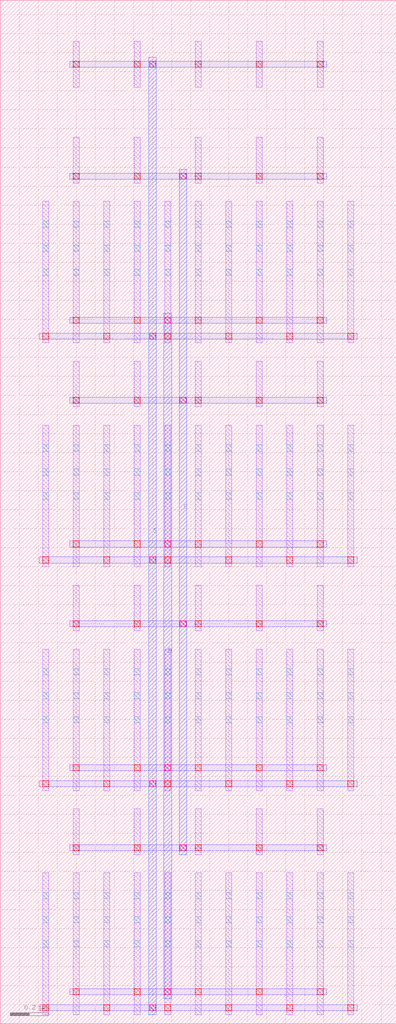
<source format=lef>
MACRO DCL_PMOS_nfin60_n12_X5_Y1_RVT
  ORIGIN 0 0 ;
  FOREIGN DCL_PMOS_nfin60_n12_X5_Y1_RVT 0 0 ;
  SIZE 1.2800 BY 1.8480 ;
  PIN S
    DIRECTION INOUT ;
    USE SIGNAL ;
    PORT
      LAYER M3 ;
        RECT 0.4600 0.0480 0.5000 1.5480 ;
    END
  END S
  PIN D
    DIRECTION INOUT ;
    USE SIGNAL ;
    PORT
      LAYER M3 ;
        RECT 0.5400 0.1320 0.5800 0.9600 ;
    END
  END D
  OBS
    LAYER M1 ;
      RECT 0.3040 0.0480 0.3360 0.7920 ;
    LAYER M1 ;
      RECT 0.3040 0.8880 0.3360 1.1280 ;
    LAYER M1 ;
      RECT 0.3040 1.3920 0.3360 1.6320 ;
    LAYER M1 ;
      RECT 0.2240 0.0480 0.2560 0.7920 ;
    LAYER M1 ;
      RECT 0.3840 0.0480 0.4160 0.7920 ;
    LAYER M1 ;
      RECT 0.4640 0.0480 0.4960 0.7920 ;
    LAYER M1 ;
      RECT 0.4640 0.8880 0.4960 1.1280 ;
    LAYER M1 ;
      RECT 0.4640 1.3920 0.4960 1.6320 ;
    LAYER M1 ;
      RECT 0.5440 0.0480 0.5760 0.7920 ;
    LAYER M1 ;
      RECT 0.6240 0.0480 0.6560 0.7920 ;
    LAYER M1 ;
      RECT 0.6240 0.8880 0.6560 1.1280 ;
    LAYER M1 ;
      RECT 0.6240 1.3920 0.6560 1.6320 ;
    LAYER M1 ;
      RECT 0.7040 0.0480 0.7360 0.7920 ;
    LAYER M1 ;
      RECT 0.7840 0.0480 0.8160 0.7920 ;
    LAYER M1 ;
      RECT 0.7840 0.8880 0.8160 1.1280 ;
    LAYER M1 ;
      RECT 0.7840 1.3920 0.8160 1.6320 ;
    LAYER M1 ;
      RECT 0.8640 0.0480 0.8960 0.7920 ;
    LAYER M1 ;
      RECT 0.9440 0.0480 0.9760 0.7920 ;
    LAYER M1 ;
      RECT 0.9440 0.8880 0.9760 1.1280 ;
    LAYER M1 ;
      RECT 0.9440 1.3920 0.9760 1.6320 ;
    LAYER M1 ;
      RECT 1.0240 0.0480 1.0560 0.7920 ;
    LAYER M2 ;
      RECT 0.2040 0.0680 1.0760 0.1000 ;
    LAYER M2 ;
      RECT 0.2840 1.4960 0.9960 1.5280 ;
    LAYER M2 ;
      RECT 0.2840 0.9080 0.9960 0.9400 ;
    LAYER M2 ;
      RECT 0.2840 0.1520 0.9960 0.1840 ;
    LAYER V1 ;
      RECT 0.2240 0.0680 0.2560 0.1000 ;
    LAYER V1 ;
      RECT 0.3840 0.0680 0.4160 0.1000 ;
    LAYER V1 ;
      RECT 0.5440 0.0680 0.5760 0.1000 ;
    LAYER V1 ;
      RECT 0.7040 0.0680 0.7360 0.1000 ;
    LAYER V1 ;
      RECT 0.8640 0.0680 0.8960 0.1000 ;
    LAYER V1 ;
      RECT 1.0240 0.0680 1.0560 0.1000 ;
    LAYER V1 ;
      RECT 0.3040 0.1520 0.3360 0.1840 ;
    LAYER V1 ;
      RECT 0.3040 0.9080 0.3360 0.9400 ;
    LAYER V1 ;
      RECT 0.3040 1.4960 0.3360 1.5280 ;
    LAYER V1 ;
      RECT 0.4640 0.1520 0.4960 0.1840 ;
    LAYER V1 ;
      RECT 0.4640 0.9080 0.4960 0.9400 ;
    LAYER V1 ;
      RECT 0.4640 1.4960 0.4960 1.5280 ;
    LAYER V1 ;
      RECT 0.6240 0.1520 0.6560 0.1840 ;
    LAYER V1 ;
      RECT 0.6240 0.9080 0.6560 0.9400 ;
    LAYER V1 ;
      RECT 0.6240 1.4960 0.6560 1.5280 ;
    LAYER V1 ;
      RECT 0.7840 0.1520 0.8160 0.1840 ;
    LAYER V1 ;
      RECT 0.7840 0.9080 0.8160 0.9400 ;
    LAYER V1 ;
      RECT 0.7840 1.4960 0.8160 1.5280 ;
    LAYER V1 ;
      RECT 0.9440 0.1520 0.9760 0.1840 ;
    LAYER V1 ;
      RECT 0.9440 0.9080 0.9760 0.9400 ;
    LAYER V1 ;
      RECT 0.9440 1.4960 0.9760 1.5280 ;
    LAYER V2 ;
      RECT 0.4640 0.0680 0.4960 0.1000 ;
    LAYER V2 ;
      RECT 0.4640 1.4960 0.4960 1.5280 ;
    LAYER V2 ;
      RECT 0.5440 0.1520 0.5760 0.1840 ;
    LAYER V2 ;
      RECT 0.5440 0.9080 0.5760 0.9400 ;
    LAYER V0 ;
      RECT 0.3040 0.4040 0.3360 0.4360 ;
    LAYER V0 ;
      RECT 0.3040 0.5300 0.3360 0.5620 ;
    LAYER V0 ;
      RECT 0.3040 0.6560 0.3360 0.6880 ;
    LAYER V0 ;
      RECT 0.3040 0.9080 0.3360 0.9400 ;
    LAYER V0 ;
      RECT 0.3040 1.4960 0.3360 1.5280 ;
    LAYER V0 ;
      RECT 0.2240 0.4040 0.2560 0.4360 ;
    LAYER V0 ;
      RECT 0.2240 0.5300 0.2560 0.5620 ;
    LAYER V0 ;
      RECT 0.2240 0.6560 0.2560 0.6880 ;
    LAYER V0 ;
      RECT 0.3840 0.4040 0.4160 0.4360 ;
    LAYER V0 ;
      RECT 0.3840 0.4040 0.4160 0.4360 ;
    LAYER V0 ;
      RECT 0.3840 0.5300 0.4160 0.5620 ;
    LAYER V0 ;
      RECT 0.3840 0.5300 0.4160 0.5620 ;
    LAYER V0 ;
      RECT 0.3840 0.6560 0.4160 0.6880 ;
    LAYER V0 ;
      RECT 0.3840 0.6560 0.4160 0.6880 ;
    LAYER V0 ;
      RECT 0.4640 0.4040 0.4960 0.4360 ;
    LAYER V0 ;
      RECT 0.4640 0.5300 0.4960 0.5620 ;
    LAYER V0 ;
      RECT 0.4640 0.6560 0.4960 0.6880 ;
    LAYER V0 ;
      RECT 0.4640 0.9080 0.4960 0.9400 ;
    LAYER V0 ;
      RECT 0.4640 1.4960 0.4960 1.5280 ;
    LAYER V0 ;
      RECT 0.5440 0.4040 0.5760 0.4360 ;
    LAYER V0 ;
      RECT 0.5440 0.4040 0.5760 0.4360 ;
    LAYER V0 ;
      RECT 0.5440 0.5300 0.5760 0.5620 ;
    LAYER V0 ;
      RECT 0.5440 0.5300 0.5760 0.5620 ;
    LAYER V0 ;
      RECT 0.5440 0.6560 0.5760 0.6880 ;
    LAYER V0 ;
      RECT 0.5440 0.6560 0.5760 0.6880 ;
    LAYER V0 ;
      RECT 0.6240 0.4040 0.6560 0.4360 ;
    LAYER V0 ;
      RECT 0.6240 0.5300 0.6560 0.5620 ;
    LAYER V0 ;
      RECT 0.6240 0.6560 0.6560 0.6880 ;
    LAYER V0 ;
      RECT 0.6240 0.9080 0.6560 0.9400 ;
    LAYER V0 ;
      RECT 0.6240 1.4960 0.6560 1.5280 ;
    LAYER V0 ;
      RECT 0.7040 0.4040 0.7360 0.4360 ;
    LAYER V0 ;
      RECT 0.7040 0.4040 0.7360 0.4360 ;
    LAYER V0 ;
      RECT 0.7040 0.5300 0.7360 0.5620 ;
    LAYER V0 ;
      RECT 0.7040 0.5300 0.7360 0.5620 ;
    LAYER V0 ;
      RECT 0.7040 0.6560 0.7360 0.6880 ;
    LAYER V0 ;
      RECT 0.7040 0.6560 0.7360 0.6880 ;
    LAYER V0 ;
      RECT 0.7840 0.4040 0.8160 0.4360 ;
    LAYER V0 ;
      RECT 0.7840 0.5300 0.8160 0.5620 ;
    LAYER V0 ;
      RECT 0.7840 0.6560 0.8160 0.6880 ;
    LAYER V0 ;
      RECT 0.7840 0.9080 0.8160 0.9400 ;
    LAYER V0 ;
      RECT 0.7840 1.4960 0.8160 1.5280 ;
    LAYER V0 ;
      RECT 0.8640 0.4040 0.8960 0.4360 ;
    LAYER V0 ;
      RECT 0.8640 0.4040 0.8960 0.4360 ;
    LAYER V0 ;
      RECT 0.8640 0.5300 0.8960 0.5620 ;
    LAYER V0 ;
      RECT 0.8640 0.5300 0.8960 0.5620 ;
    LAYER V0 ;
      RECT 0.8640 0.6560 0.8960 0.6880 ;
    LAYER V0 ;
      RECT 0.8640 0.6560 0.8960 0.6880 ;
    LAYER V0 ;
      RECT 0.9440 0.4040 0.9760 0.4360 ;
    LAYER V0 ;
      RECT 0.9440 0.5300 0.9760 0.5620 ;
    LAYER V0 ;
      RECT 0.9440 0.6560 0.9760 0.6880 ;
    LAYER V0 ;
      RECT 0.9440 0.9080 0.9760 0.9400 ;
    LAYER V0 ;
      RECT 0.9440 1.4960 0.9760 1.5280 ;
    LAYER V0 ;
      RECT 1.0240 0.4040 1.0560 0.4360 ;
    LAYER V0 ;
      RECT 1.0240 0.5300 1.0560 0.5620 ;
    LAYER V0 ;
      RECT 1.0240 0.6560 1.0560 0.6880 ;
  END
END DCL_PMOS_nfin60_n12_X5_Y1_RVT
MACRO SCM_NMOS_nfin10_n12_X1_Y1_RVT
  ORIGIN 0 0 ;
  FOREIGN SCM_NMOS_nfin10_n12_X1_Y1_RVT 0 0 ;
  SIZE 0.8000 BY 1.8480 ;
  PIN S
    DIRECTION INOUT ;
    USE SIGNAL ;
    PORT
      LAYER M3 ;
        RECT 0.1400 0.0480 0.1800 1.5480 ;
    END
  END S
  PIN DA
    DIRECTION INOUT ;
    USE SIGNAL ;
    PORT
      LAYER M3 ;
        RECT 0.2200 0.1320 0.2600 0.9600 ;
    END
  END DA
  PIN DB
    DIRECTION INOUT ;
    USE SIGNAL ;
    PORT
      LAYER M2 ;
        RECT 0.2840 0.2360 0.5160 0.2680 ;
    END
  END DB
  OBS
    LAYER M1 ;
      RECT 0.3040 0.0480 0.3360 0.7920 ;
    LAYER M1 ;
      RECT 0.3040 0.8880 0.3360 1.1280 ;
    LAYER M1 ;
      RECT 0.3040 1.3920 0.3360 1.6320 ;
    LAYER M1 ;
      RECT 0.2240 0.0480 0.2560 0.7920 ;
    LAYER M1 ;
      RECT 0.3840 0.0480 0.4160 0.7920 ;
    LAYER M1 ;
      RECT 0.4640 0.0480 0.4960 0.7920 ;
    LAYER M1 ;
      RECT 0.4640 0.8880 0.4960 1.1280 ;
    LAYER M1 ;
      RECT 0.4640 1.3920 0.4960 1.6320 ;
    LAYER M1 ;
      RECT 0.5440 0.0480 0.5760 0.7920 ;
    LAYER M2 ;
      RECT 0.1240 0.0680 0.5960 0.1000 ;
    LAYER M2 ;
      RECT 0.1240 1.4960 0.5160 1.5280 ;
    LAYER M2 ;
      RECT 0.2040 0.9080 0.5160 0.9400 ;
    LAYER M2 ;
      RECT 0.1240 0.1520 0.3560 0.1840 ;
    LAYER V1 ;
      RECT 0.2240 0.0680 0.2560 0.1000 ;
    LAYER V1 ;
      RECT 0.3840 0.0680 0.4160 0.1000 ;
    LAYER V1 ;
      RECT 0.5440 0.0680 0.5760 0.1000 ;
    LAYER V1 ;
      RECT 0.3040 0.1520 0.3360 0.1840 ;
    LAYER V1 ;
      RECT 0.3040 0.9080 0.3360 0.9400 ;
    LAYER V1 ;
      RECT 0.3040 1.4960 0.3360 1.5280 ;
    LAYER V1 ;
      RECT 0.4640 0.2360 0.4960 0.2680 ;
    LAYER V1 ;
      RECT 0.4640 0.9080 0.4960 0.9400 ;
    LAYER V1 ;
      RECT 0.4640 1.4960 0.4960 1.5280 ;
    LAYER V2 ;
      RECT 0.1440 0.0680 0.1760 0.1000 ;
    LAYER V2 ;
      RECT 0.1440 1.4960 0.1760 1.5280 ;
    LAYER V2 ;
      RECT 0.2240 0.1520 0.2560 0.1840 ;
    LAYER V2 ;
      RECT 0.2240 0.9080 0.2560 0.9400 ;
    LAYER V0 ;
      RECT 0.3040 0.4040 0.3360 0.4360 ;
    LAYER V0 ;
      RECT 0.3040 0.5300 0.3360 0.5620 ;
    LAYER V0 ;
      RECT 0.3040 0.6560 0.3360 0.6880 ;
    LAYER V0 ;
      RECT 0.3040 0.9080 0.3360 0.9400 ;
    LAYER V0 ;
      RECT 0.3040 1.4960 0.3360 1.5280 ;
    LAYER V0 ;
      RECT 0.2240 0.4040 0.2560 0.4360 ;
    LAYER V0 ;
      RECT 0.2240 0.5300 0.2560 0.5620 ;
    LAYER V0 ;
      RECT 0.2240 0.6560 0.2560 0.6880 ;
    LAYER V0 ;
      RECT 0.3840 0.4040 0.4160 0.4360 ;
    LAYER V0 ;
      RECT 0.3840 0.4040 0.4160 0.4360 ;
    LAYER V0 ;
      RECT 0.3840 0.5300 0.4160 0.5620 ;
    LAYER V0 ;
      RECT 0.3840 0.5300 0.4160 0.5620 ;
    LAYER V0 ;
      RECT 0.3840 0.6560 0.4160 0.6880 ;
    LAYER V0 ;
      RECT 0.3840 0.6560 0.4160 0.6880 ;
    LAYER V0 ;
      RECT 0.4640 0.4040 0.4960 0.4360 ;
    LAYER V0 ;
      RECT 0.4640 0.5300 0.4960 0.5620 ;
    LAYER V0 ;
      RECT 0.4640 0.6560 0.4960 0.6880 ;
    LAYER V0 ;
      RECT 0.4640 0.9080 0.4960 0.9400 ;
    LAYER V0 ;
      RECT 0.4640 1.4960 0.4960 1.5280 ;
    LAYER V0 ;
      RECT 0.5440 0.4040 0.5760 0.4360 ;
    LAYER V0 ;
      RECT 0.5440 0.5300 0.5760 0.5620 ;
    LAYER V0 ;
      RECT 0.5440 0.6560 0.5760 0.6880 ;
  END
END SCM_NMOS_nfin10_n12_X1_Y1_RVT
MACRO SCM_NMOS_nfin24_n12_X2_Y1_RVT
  ORIGIN 0 0 ;
  FOREIGN SCM_NMOS_nfin24_n12_X2_Y1_RVT 0 0 ;
  SIZE 1.1200 BY 1.8480 ;
  PIN S
    DIRECTION INOUT ;
    USE SIGNAL ;
    PORT
      LAYER M3 ;
        RECT 0.3000 0.0480 0.3400 1.5480 ;
    END
  END S
  PIN DA
    DIRECTION INOUT ;
    USE SIGNAL ;
    PORT
      LAYER M3 ;
        RECT 0.3800 0.1320 0.4200 0.9600 ;
    END
  END DA
  PIN DB
    DIRECTION INOUT ;
    USE SIGNAL ;
    PORT
      LAYER M2 ;
        RECT 0.4440 0.2360 0.6760 0.2680 ;
    END
  END DB
  OBS
    LAYER M1 ;
      RECT 0.3040 0.0480 0.3360 0.7920 ;
    LAYER M1 ;
      RECT 0.3040 0.8880 0.3360 1.1280 ;
    LAYER M1 ;
      RECT 0.3040 1.3920 0.3360 1.6320 ;
    LAYER M1 ;
      RECT 0.2240 0.0480 0.2560 0.7920 ;
    LAYER M1 ;
      RECT 0.3840 0.0480 0.4160 0.7920 ;
    LAYER M1 ;
      RECT 0.4640 0.0480 0.4960 0.7920 ;
    LAYER M1 ;
      RECT 0.4640 0.8880 0.4960 1.1280 ;
    LAYER M1 ;
      RECT 0.4640 1.3920 0.4960 1.6320 ;
    LAYER M1 ;
      RECT 0.5440 0.0480 0.5760 0.7920 ;
    LAYER M1 ;
      RECT 0.6240 0.0480 0.6560 0.7920 ;
    LAYER M1 ;
      RECT 0.6240 0.8880 0.6560 1.1280 ;
    LAYER M1 ;
      RECT 0.6240 1.3920 0.6560 1.6320 ;
    LAYER M1 ;
      RECT 0.7040 0.0480 0.7360 0.7920 ;
    LAYER M1 ;
      RECT 0.7840 0.0480 0.8160 0.7920 ;
    LAYER M1 ;
      RECT 0.7840 0.8880 0.8160 1.1280 ;
    LAYER M1 ;
      RECT 0.7840 1.3920 0.8160 1.6320 ;
    LAYER M1 ;
      RECT 0.8640 0.0480 0.8960 0.7920 ;
    LAYER M2 ;
      RECT 0.2040 0.0680 0.9160 0.1000 ;
    LAYER M2 ;
      RECT 0.2840 1.4960 0.8360 1.5280 ;
    LAYER M2 ;
      RECT 0.2840 0.9080 0.8360 0.9400 ;
    LAYER M2 ;
      RECT 0.2840 0.1520 0.8360 0.1840 ;
    LAYER V1 ;
      RECT 0.2240 0.0680 0.2560 0.1000 ;
    LAYER V1 ;
      RECT 0.3840 0.0680 0.4160 0.1000 ;
    LAYER V1 ;
      RECT 0.5440 0.0680 0.5760 0.1000 ;
    LAYER V1 ;
      RECT 0.7040 0.0680 0.7360 0.1000 ;
    LAYER V1 ;
      RECT 0.8640 0.0680 0.8960 0.1000 ;
    LAYER V1 ;
      RECT 0.6240 0.2360 0.6560 0.2680 ;
    LAYER V1 ;
      RECT 0.6240 0.9080 0.6560 0.9400 ;
    LAYER V1 ;
      RECT 0.6240 1.4960 0.6560 1.5280 ;
    LAYER V1 ;
      RECT 0.7840 0.1520 0.8160 0.1840 ;
    LAYER V1 ;
      RECT 0.7840 0.9080 0.8160 0.9400 ;
    LAYER V1 ;
      RECT 0.7840 1.4960 0.8160 1.5280 ;
    LAYER V1 ;
      RECT 0.3040 0.1520 0.3360 0.1840 ;
    LAYER V1 ;
      RECT 0.3040 0.9080 0.3360 0.9400 ;
    LAYER V1 ;
      RECT 0.3040 1.4960 0.3360 1.5280 ;
    LAYER V1 ;
      RECT 0.4640 0.2360 0.4960 0.2680 ;
    LAYER V1 ;
      RECT 0.4640 0.9080 0.4960 0.9400 ;
    LAYER V1 ;
      RECT 0.4640 1.4960 0.4960 1.5280 ;
    LAYER V2 ;
      RECT 0.3040 0.0680 0.3360 0.1000 ;
    LAYER V2 ;
      RECT 0.3040 1.4960 0.3360 1.5280 ;
    LAYER V2 ;
      RECT 0.3840 0.1520 0.4160 0.1840 ;
    LAYER V2 ;
      RECT 0.3840 0.9080 0.4160 0.9400 ;
    LAYER V0 ;
      RECT 0.3040 0.4040 0.3360 0.4360 ;
    LAYER V0 ;
      RECT 0.3040 0.5300 0.3360 0.5620 ;
    LAYER V0 ;
      RECT 0.3040 0.6560 0.3360 0.6880 ;
    LAYER V0 ;
      RECT 0.3040 0.9080 0.3360 0.9400 ;
    LAYER V0 ;
      RECT 0.3040 1.4960 0.3360 1.5280 ;
    LAYER V0 ;
      RECT 0.2240 0.4040 0.2560 0.4360 ;
    LAYER V0 ;
      RECT 0.2240 0.5300 0.2560 0.5620 ;
    LAYER V0 ;
      RECT 0.2240 0.6560 0.2560 0.6880 ;
    LAYER V0 ;
      RECT 0.3840 0.4040 0.4160 0.4360 ;
    LAYER V0 ;
      RECT 0.3840 0.4040 0.4160 0.4360 ;
    LAYER V0 ;
      RECT 0.3840 0.5300 0.4160 0.5620 ;
    LAYER V0 ;
      RECT 0.3840 0.5300 0.4160 0.5620 ;
    LAYER V0 ;
      RECT 0.3840 0.6560 0.4160 0.6880 ;
    LAYER V0 ;
      RECT 0.3840 0.6560 0.4160 0.6880 ;
    LAYER V0 ;
      RECT 0.4640 0.4040 0.4960 0.4360 ;
    LAYER V0 ;
      RECT 0.4640 0.5300 0.4960 0.5620 ;
    LAYER V0 ;
      RECT 0.4640 0.6560 0.4960 0.6880 ;
    LAYER V0 ;
      RECT 0.4640 0.9080 0.4960 0.9400 ;
    LAYER V0 ;
      RECT 0.4640 1.4960 0.4960 1.5280 ;
    LAYER V0 ;
      RECT 0.5440 0.4040 0.5760 0.4360 ;
    LAYER V0 ;
      RECT 0.5440 0.4040 0.5760 0.4360 ;
    LAYER V0 ;
      RECT 0.5440 0.5300 0.5760 0.5620 ;
    LAYER V0 ;
      RECT 0.5440 0.5300 0.5760 0.5620 ;
    LAYER V0 ;
      RECT 0.5440 0.6560 0.5760 0.6880 ;
    LAYER V0 ;
      RECT 0.5440 0.6560 0.5760 0.6880 ;
    LAYER V0 ;
      RECT 0.6240 0.4040 0.6560 0.4360 ;
    LAYER V0 ;
      RECT 0.6240 0.5300 0.6560 0.5620 ;
    LAYER V0 ;
      RECT 0.6240 0.6560 0.6560 0.6880 ;
    LAYER V0 ;
      RECT 0.6240 0.9080 0.6560 0.9400 ;
    LAYER V0 ;
      RECT 0.6240 1.4960 0.6560 1.5280 ;
    LAYER V0 ;
      RECT 0.7040 0.4040 0.7360 0.4360 ;
    LAYER V0 ;
      RECT 0.7040 0.4040 0.7360 0.4360 ;
    LAYER V0 ;
      RECT 0.7040 0.5300 0.7360 0.5620 ;
    LAYER V0 ;
      RECT 0.7040 0.5300 0.7360 0.5620 ;
    LAYER V0 ;
      RECT 0.7040 0.6560 0.7360 0.6880 ;
    LAYER V0 ;
      RECT 0.7040 0.6560 0.7360 0.6880 ;
    LAYER V0 ;
      RECT 0.7840 0.4040 0.8160 0.4360 ;
    LAYER V0 ;
      RECT 0.7840 0.5300 0.8160 0.5620 ;
    LAYER V0 ;
      RECT 0.7840 0.6560 0.8160 0.6880 ;
    LAYER V0 ;
      RECT 0.7840 0.9080 0.8160 0.9400 ;
    LAYER V0 ;
      RECT 0.7840 1.4960 0.8160 1.5280 ;
    LAYER V0 ;
      RECT 0.8640 0.4040 0.8960 0.4360 ;
    LAYER V0 ;
      RECT 0.8640 0.5300 0.8960 0.5620 ;
    LAYER V0 ;
      RECT 0.8640 0.6560 0.8960 0.6880 ;
  END
END SCM_NMOS_nfin24_n12_X2_Y1_RVT
MACRO Switch_PMOS_nfin240_n12_X5_Y4_ST2_RVT
  ORIGIN 0 0 ;
  FOREIGN Switch_PMOS_nfin240_n12_X5_Y4_ST2_RVT 0 0 ;
  SIZE 2.0800 BY 5.3760 ;
  PIN S
    DIRECTION INOUT ;
    USE SIGNAL ;
    PORT
      LAYER M3 ;
        RECT 0.7800 0.0480 0.8200 5.0760 ;
    END
  END S
  PIN D
    DIRECTION INOUT ;
    USE SIGNAL ;
    PORT
      LAYER M3 ;
        RECT 0.8600 0.1320 0.9000 3.7320 ;
    END
  END D
  PIN G
    DIRECTION INOUT ;
    USE SIGNAL ;
    PORT
      LAYER M3 ;
        RECT 0.9400 0.8880 0.9800 4.4880 ;
    END
  END G
  OBS
    LAYER M1 ;
      RECT 0.3840 0.0480 0.4160 0.7920 ;
    LAYER M1 ;
      RECT 0.3840 0.8880 0.4160 1.1280 ;
    LAYER M1 ;
      RECT 0.3840 1.2240 0.4160 1.9680 ;
    LAYER M1 ;
      RECT 0.3840 2.0640 0.4160 2.3040 ;
    LAYER M1 ;
      RECT 0.3840 2.4000 0.4160 3.1440 ;
    LAYER M1 ;
      RECT 0.3840 3.2400 0.4160 3.4800 ;
    LAYER M1 ;
      RECT 0.3840 3.5760 0.4160 4.3200 ;
    LAYER M1 ;
      RECT 0.3840 4.4160 0.4160 4.6560 ;
    LAYER M1 ;
      RECT 0.3840 4.9200 0.4160 5.1600 ;
    LAYER M1 ;
      RECT 0.2240 0.0480 0.2560 0.7920 ;
    LAYER M1 ;
      RECT 0.2240 1.2240 0.2560 1.9680 ;
    LAYER M1 ;
      RECT 0.2240 2.4000 0.2560 3.1440 ;
    LAYER M1 ;
      RECT 0.2240 3.5760 0.2560 4.3200 ;
    LAYER M1 ;
      RECT 0.5440 0.0480 0.5760 0.7920 ;
    LAYER M1 ;
      RECT 0.5440 1.2240 0.5760 1.9680 ;
    LAYER M1 ;
      RECT 0.5440 2.4000 0.5760 3.1440 ;
    LAYER M1 ;
      RECT 0.5440 3.5760 0.5760 4.3200 ;
    LAYER M1 ;
      RECT 0.7040 0.0480 0.7360 0.7920 ;
    LAYER M1 ;
      RECT 0.7040 0.8880 0.7360 1.1280 ;
    LAYER M1 ;
      RECT 0.7040 1.2240 0.7360 1.9680 ;
    LAYER M1 ;
      RECT 0.7040 2.0640 0.7360 2.3040 ;
    LAYER M1 ;
      RECT 0.7040 2.4000 0.7360 3.1440 ;
    LAYER M1 ;
      RECT 0.7040 3.2400 0.7360 3.4800 ;
    LAYER M1 ;
      RECT 0.7040 3.5760 0.7360 4.3200 ;
    LAYER M1 ;
      RECT 0.7040 4.4160 0.7360 4.6560 ;
    LAYER M1 ;
      RECT 0.7040 4.9200 0.7360 5.1600 ;
    LAYER M1 ;
      RECT 0.8640 0.0480 0.8960 0.7920 ;
    LAYER M1 ;
      RECT 0.8640 1.2240 0.8960 1.9680 ;
    LAYER M1 ;
      RECT 0.8640 2.4000 0.8960 3.1440 ;
    LAYER M1 ;
      RECT 0.8640 3.5760 0.8960 4.3200 ;
    LAYER M1 ;
      RECT 1.0240 0.0480 1.0560 0.7920 ;
    LAYER M1 ;
      RECT 1.0240 0.8880 1.0560 1.1280 ;
    LAYER M1 ;
      RECT 1.0240 1.2240 1.0560 1.9680 ;
    LAYER M1 ;
      RECT 1.0240 2.0640 1.0560 2.3040 ;
    LAYER M1 ;
      RECT 1.0240 2.4000 1.0560 3.1440 ;
    LAYER M1 ;
      RECT 1.0240 3.2400 1.0560 3.4800 ;
    LAYER M1 ;
      RECT 1.0240 3.5760 1.0560 4.3200 ;
    LAYER M1 ;
      RECT 1.0240 4.4160 1.0560 4.6560 ;
    LAYER M1 ;
      RECT 1.0240 4.9200 1.0560 5.1600 ;
    LAYER M1 ;
      RECT 1.1840 0.0480 1.2160 0.7920 ;
    LAYER M1 ;
      RECT 1.1840 1.2240 1.2160 1.9680 ;
    LAYER M1 ;
      RECT 1.1840 2.4000 1.2160 3.1440 ;
    LAYER M1 ;
      RECT 1.1840 3.5760 1.2160 4.3200 ;
    LAYER M1 ;
      RECT 1.3440 0.0480 1.3760 0.7920 ;
    LAYER M1 ;
      RECT 1.3440 0.8880 1.3760 1.1280 ;
    LAYER M1 ;
      RECT 1.3440 1.2240 1.3760 1.9680 ;
    LAYER M1 ;
      RECT 1.3440 2.0640 1.3760 2.3040 ;
    LAYER M1 ;
      RECT 1.3440 2.4000 1.3760 3.1440 ;
    LAYER M1 ;
      RECT 1.3440 3.2400 1.3760 3.4800 ;
    LAYER M1 ;
      RECT 1.3440 3.5760 1.3760 4.3200 ;
    LAYER M1 ;
      RECT 1.3440 4.4160 1.3760 4.6560 ;
    LAYER M1 ;
      RECT 1.3440 4.9200 1.3760 5.1600 ;
    LAYER M1 ;
      RECT 1.5040 0.0480 1.5360 0.7920 ;
    LAYER M1 ;
      RECT 1.5040 1.2240 1.5360 1.9680 ;
    LAYER M1 ;
      RECT 1.5040 2.4000 1.5360 3.1440 ;
    LAYER M1 ;
      RECT 1.5040 3.5760 1.5360 4.3200 ;
    LAYER M1 ;
      RECT 1.6640 0.0480 1.6960 0.7920 ;
    LAYER M1 ;
      RECT 1.6640 0.8880 1.6960 1.1280 ;
    LAYER M1 ;
      RECT 1.6640 1.2240 1.6960 1.9680 ;
    LAYER M1 ;
      RECT 1.6640 2.0640 1.6960 2.3040 ;
    LAYER M1 ;
      RECT 1.6640 2.4000 1.6960 3.1440 ;
    LAYER M1 ;
      RECT 1.6640 3.2400 1.6960 3.4800 ;
    LAYER M1 ;
      RECT 1.6640 3.5760 1.6960 4.3200 ;
    LAYER M1 ;
      RECT 1.6640 4.4160 1.6960 4.6560 ;
    LAYER M1 ;
      RECT 1.6640 4.9200 1.6960 5.1600 ;
    LAYER M1 ;
      RECT 1.8240 0.0480 1.8560 0.7920 ;
    LAYER M1 ;
      RECT 1.8240 1.2240 1.8560 1.9680 ;
    LAYER M1 ;
      RECT 1.8240 2.4000 1.8560 3.1440 ;
    LAYER M1 ;
      RECT 1.8240 3.5760 1.8560 4.3200 ;
    LAYER M2 ;
      RECT 0.2040 0.0680 1.8760 0.1000 ;
    LAYER M2 ;
      RECT 0.3640 0.1520 1.7160 0.1840 ;
    LAYER M2 ;
      RECT 0.3640 0.9080 1.7160 0.9400 ;
    LAYER M2 ;
      RECT 0.2040 1.2440 1.8760 1.2760 ;
    LAYER M2 ;
      RECT 0.3640 1.3280 1.7160 1.3600 ;
    LAYER M2 ;
      RECT 0.3640 2.0840 1.7160 2.1160 ;
    LAYER M2 ;
      RECT 0.2040 2.4200 1.8760 2.4520 ;
    LAYER M2 ;
      RECT 0.3640 2.5040 1.7160 2.5360 ;
    LAYER M2 ;
      RECT 0.3640 3.2600 1.7160 3.2920 ;
    LAYER M2 ;
      RECT 0.2040 3.5960 1.8760 3.6280 ;
    LAYER M2 ;
      RECT 0.3640 5.0240 1.7160 5.0560 ;
    LAYER M2 ;
      RECT 0.3640 3.6800 1.7160 3.7120 ;
    LAYER M2 ;
      RECT 0.3640 4.4360 1.7160 4.4680 ;
    LAYER V1 ;
      RECT 0.2240 0.0680 0.2560 0.1000 ;
    LAYER V1 ;
      RECT 0.2240 1.2440 0.2560 1.2760 ;
    LAYER V1 ;
      RECT 0.2240 2.4200 0.2560 2.4520 ;
    LAYER V1 ;
      RECT 0.2240 3.5960 0.2560 3.6280 ;
    LAYER V1 ;
      RECT 0.5440 0.0680 0.5760 0.1000 ;
    LAYER V1 ;
      RECT 0.5440 1.2440 0.5760 1.2760 ;
    LAYER V1 ;
      RECT 0.5440 2.4200 0.5760 2.4520 ;
    LAYER V1 ;
      RECT 0.5440 3.5960 0.5760 3.6280 ;
    LAYER V1 ;
      RECT 0.8640 0.0680 0.8960 0.1000 ;
    LAYER V1 ;
      RECT 0.8640 1.2440 0.8960 1.2760 ;
    LAYER V1 ;
      RECT 0.8640 2.4200 0.8960 2.4520 ;
    LAYER V1 ;
      RECT 0.8640 3.5960 0.8960 3.6280 ;
    LAYER V1 ;
      RECT 1.1840 0.0680 1.2160 0.1000 ;
    LAYER V1 ;
      RECT 1.1840 1.2440 1.2160 1.2760 ;
    LAYER V1 ;
      RECT 1.1840 2.4200 1.2160 2.4520 ;
    LAYER V1 ;
      RECT 1.1840 3.5960 1.2160 3.6280 ;
    LAYER V1 ;
      RECT 1.5040 0.0680 1.5360 0.1000 ;
    LAYER V1 ;
      RECT 1.5040 1.2440 1.5360 1.2760 ;
    LAYER V1 ;
      RECT 1.5040 2.4200 1.5360 2.4520 ;
    LAYER V1 ;
      RECT 1.5040 3.5960 1.5360 3.6280 ;
    LAYER V1 ;
      RECT 1.8240 0.0680 1.8560 0.1000 ;
    LAYER V1 ;
      RECT 1.8240 1.2440 1.8560 1.2760 ;
    LAYER V1 ;
      RECT 1.8240 2.4200 1.8560 2.4520 ;
    LAYER V1 ;
      RECT 1.8240 3.5960 1.8560 3.6280 ;
    LAYER V1 ;
      RECT 0.3840 0.1520 0.4160 0.1840 ;
    LAYER V1 ;
      RECT 0.3840 0.9080 0.4160 0.9400 ;
    LAYER V1 ;
      RECT 0.3840 1.3280 0.4160 1.3600 ;
    LAYER V1 ;
      RECT 0.3840 2.0840 0.4160 2.1160 ;
    LAYER V1 ;
      RECT 0.3840 2.5040 0.4160 2.5360 ;
    LAYER V1 ;
      RECT 0.3840 3.2600 0.4160 3.2920 ;
    LAYER V1 ;
      RECT 0.3840 3.6800 0.4160 3.7120 ;
    LAYER V1 ;
      RECT 0.3840 4.4360 0.4160 4.4680 ;
    LAYER V1 ;
      RECT 0.3840 5.0240 0.4160 5.0560 ;
    LAYER V1 ;
      RECT 0.7040 0.1520 0.7360 0.1840 ;
    LAYER V1 ;
      RECT 0.7040 0.9080 0.7360 0.9400 ;
    LAYER V1 ;
      RECT 0.7040 1.3280 0.7360 1.3600 ;
    LAYER V1 ;
      RECT 0.7040 2.0840 0.7360 2.1160 ;
    LAYER V1 ;
      RECT 0.7040 2.5040 0.7360 2.5360 ;
    LAYER V1 ;
      RECT 0.7040 3.2600 0.7360 3.2920 ;
    LAYER V1 ;
      RECT 0.7040 3.6800 0.7360 3.7120 ;
    LAYER V1 ;
      RECT 0.7040 4.4360 0.7360 4.4680 ;
    LAYER V1 ;
      RECT 0.7040 5.0240 0.7360 5.0560 ;
    LAYER V1 ;
      RECT 1.0240 0.1520 1.0560 0.1840 ;
    LAYER V1 ;
      RECT 1.0240 0.9080 1.0560 0.9400 ;
    LAYER V1 ;
      RECT 1.0240 1.3280 1.0560 1.3600 ;
    LAYER V1 ;
      RECT 1.0240 2.0840 1.0560 2.1160 ;
    LAYER V1 ;
      RECT 1.0240 2.5040 1.0560 2.5360 ;
    LAYER V1 ;
      RECT 1.0240 3.2600 1.0560 3.2920 ;
    LAYER V1 ;
      RECT 1.0240 3.6800 1.0560 3.7120 ;
    LAYER V1 ;
      RECT 1.0240 4.4360 1.0560 4.4680 ;
    LAYER V1 ;
      RECT 1.0240 5.0240 1.0560 5.0560 ;
    LAYER V1 ;
      RECT 1.3440 0.1520 1.3760 0.1840 ;
    LAYER V1 ;
      RECT 1.3440 0.9080 1.3760 0.9400 ;
    LAYER V1 ;
      RECT 1.3440 1.3280 1.3760 1.3600 ;
    LAYER V1 ;
      RECT 1.3440 2.0840 1.3760 2.1160 ;
    LAYER V1 ;
      RECT 1.3440 2.5040 1.3760 2.5360 ;
    LAYER V1 ;
      RECT 1.3440 3.2600 1.3760 3.2920 ;
    LAYER V1 ;
      RECT 1.3440 3.6800 1.3760 3.7120 ;
    LAYER V1 ;
      RECT 1.3440 4.4360 1.3760 4.4680 ;
    LAYER V1 ;
      RECT 1.3440 5.0240 1.3760 5.0560 ;
    LAYER V1 ;
      RECT 1.6640 0.1520 1.6960 0.1840 ;
    LAYER V1 ;
      RECT 1.6640 0.9080 1.6960 0.9400 ;
    LAYER V1 ;
      RECT 1.6640 1.3280 1.6960 1.3600 ;
    LAYER V1 ;
      RECT 1.6640 2.0840 1.6960 2.1160 ;
    LAYER V1 ;
      RECT 1.6640 2.5040 1.6960 2.5360 ;
    LAYER V1 ;
      RECT 1.6640 3.2600 1.6960 3.2920 ;
    LAYER V1 ;
      RECT 1.6640 3.6800 1.6960 3.7120 ;
    LAYER V1 ;
      RECT 1.6640 4.4360 1.6960 4.4680 ;
    LAYER V1 ;
      RECT 1.6640 5.0240 1.6960 5.0560 ;
    LAYER V2 ;
      RECT 0.7840 0.0680 0.8160 0.1000 ;
    LAYER V2 ;
      RECT 0.7840 1.2440 0.8160 1.2760 ;
    LAYER V2 ;
      RECT 0.7840 2.4200 0.8160 2.4520 ;
    LAYER V2 ;
      RECT 0.7840 3.5960 0.8160 3.6280 ;
    LAYER V2 ;
      RECT 0.7840 5.0240 0.8160 5.0560 ;
    LAYER V2 ;
      RECT 0.8640 0.1520 0.8960 0.1840 ;
    LAYER V2 ;
      RECT 0.8640 1.3280 0.8960 1.3600 ;
    LAYER V2 ;
      RECT 0.8640 2.5040 0.8960 2.5360 ;
    LAYER V2 ;
      RECT 0.8640 3.6800 0.8960 3.7120 ;
    LAYER V2 ;
      RECT 0.9440 0.9080 0.9760 0.9400 ;
    LAYER V2 ;
      RECT 0.9440 2.0840 0.9760 2.1160 ;
    LAYER V2 ;
      RECT 0.9440 3.2600 0.9760 3.2920 ;
    LAYER V2 ;
      RECT 0.9440 4.4360 0.9760 4.4680 ;
    LAYER V0 ;
      RECT 0.3840 0.4040 0.4160 0.4360 ;
    LAYER V0 ;
      RECT 0.3840 0.5300 0.4160 0.5620 ;
    LAYER V0 ;
      RECT 0.3840 0.6560 0.4160 0.6880 ;
    LAYER V0 ;
      RECT 0.3840 0.9080 0.4160 0.9400 ;
    LAYER V0 ;
      RECT 0.3840 1.5800 0.4160 1.6120 ;
    LAYER V0 ;
      RECT 0.3840 1.7060 0.4160 1.7380 ;
    LAYER V0 ;
      RECT 0.3840 1.8320 0.4160 1.8640 ;
    LAYER V0 ;
      RECT 0.3840 2.0840 0.4160 2.1160 ;
    LAYER V0 ;
      RECT 0.3840 2.7560 0.4160 2.7880 ;
    LAYER V0 ;
      RECT 0.3840 2.8820 0.4160 2.9140 ;
    LAYER V0 ;
      RECT 0.3840 3.0080 0.4160 3.0400 ;
    LAYER V0 ;
      RECT 0.3840 3.2600 0.4160 3.2920 ;
    LAYER V0 ;
      RECT 0.3840 3.9320 0.4160 3.9640 ;
    LAYER V0 ;
      RECT 0.3840 4.0580 0.4160 4.0900 ;
    LAYER V0 ;
      RECT 0.3840 4.1840 0.4160 4.2160 ;
    LAYER V0 ;
      RECT 0.3840 4.4360 0.4160 4.4680 ;
    LAYER V0 ;
      RECT 0.3840 5.0240 0.4160 5.0560 ;
    LAYER V0 ;
      RECT 0.3840 5.0240 0.4160 5.0560 ;
    LAYER V0 ;
      RECT 0.3840 5.0240 0.4160 5.0560 ;
    LAYER V0 ;
      RECT 0.3840 5.0240 0.4160 5.0560 ;
    LAYER V0 ;
      RECT 0.2240 0.4040 0.2560 0.4360 ;
    LAYER V0 ;
      RECT 0.2240 0.5300 0.2560 0.5620 ;
    LAYER V0 ;
      RECT 0.2240 0.6560 0.2560 0.6880 ;
    LAYER V0 ;
      RECT 0.2240 1.5800 0.2560 1.6120 ;
    LAYER V0 ;
      RECT 0.2240 1.7060 0.2560 1.7380 ;
    LAYER V0 ;
      RECT 0.2240 1.8320 0.2560 1.8640 ;
    LAYER V0 ;
      RECT 0.2240 2.7560 0.2560 2.7880 ;
    LAYER V0 ;
      RECT 0.2240 2.8820 0.2560 2.9140 ;
    LAYER V0 ;
      RECT 0.2240 3.0080 0.2560 3.0400 ;
    LAYER V0 ;
      RECT 0.2240 3.9320 0.2560 3.9640 ;
    LAYER V0 ;
      RECT 0.2240 4.0580 0.2560 4.0900 ;
    LAYER V0 ;
      RECT 0.2240 4.1840 0.2560 4.2160 ;
    LAYER V0 ;
      RECT 0.5440 0.4040 0.5760 0.4360 ;
    LAYER V0 ;
      RECT 0.5440 0.4040 0.5760 0.4360 ;
    LAYER V0 ;
      RECT 0.5440 0.5300 0.5760 0.5620 ;
    LAYER V0 ;
      RECT 0.5440 0.5300 0.5760 0.5620 ;
    LAYER V0 ;
      RECT 0.5440 0.6560 0.5760 0.6880 ;
    LAYER V0 ;
      RECT 0.5440 0.6560 0.5760 0.6880 ;
    LAYER V0 ;
      RECT 0.5440 1.5800 0.5760 1.6120 ;
    LAYER V0 ;
      RECT 0.5440 1.5800 0.5760 1.6120 ;
    LAYER V0 ;
      RECT 0.5440 1.7060 0.5760 1.7380 ;
    LAYER V0 ;
      RECT 0.5440 1.7060 0.5760 1.7380 ;
    LAYER V0 ;
      RECT 0.5440 1.8320 0.5760 1.8640 ;
    LAYER V0 ;
      RECT 0.5440 1.8320 0.5760 1.8640 ;
    LAYER V0 ;
      RECT 0.5440 2.7560 0.5760 2.7880 ;
    LAYER V0 ;
      RECT 0.5440 2.7560 0.5760 2.7880 ;
    LAYER V0 ;
      RECT 0.5440 2.8820 0.5760 2.9140 ;
    LAYER V0 ;
      RECT 0.5440 2.8820 0.5760 2.9140 ;
    LAYER V0 ;
      RECT 0.5440 3.0080 0.5760 3.0400 ;
    LAYER V0 ;
      RECT 0.5440 3.0080 0.5760 3.0400 ;
    LAYER V0 ;
      RECT 0.5440 3.9320 0.5760 3.9640 ;
    LAYER V0 ;
      RECT 0.5440 3.9320 0.5760 3.9640 ;
    LAYER V0 ;
      RECT 0.5440 4.0580 0.5760 4.0900 ;
    LAYER V0 ;
      RECT 0.5440 4.0580 0.5760 4.0900 ;
    LAYER V0 ;
      RECT 0.5440 4.1840 0.5760 4.2160 ;
    LAYER V0 ;
      RECT 0.5440 4.1840 0.5760 4.2160 ;
    LAYER V0 ;
      RECT 0.7040 0.4040 0.7360 0.4360 ;
    LAYER V0 ;
      RECT 0.7040 0.5300 0.7360 0.5620 ;
    LAYER V0 ;
      RECT 0.7040 0.6560 0.7360 0.6880 ;
    LAYER V0 ;
      RECT 0.7040 0.9080 0.7360 0.9400 ;
    LAYER V0 ;
      RECT 0.7040 1.5800 0.7360 1.6120 ;
    LAYER V0 ;
      RECT 0.7040 1.7060 0.7360 1.7380 ;
    LAYER V0 ;
      RECT 0.7040 1.8320 0.7360 1.8640 ;
    LAYER V0 ;
      RECT 0.7040 2.0840 0.7360 2.1160 ;
    LAYER V0 ;
      RECT 0.7040 2.7560 0.7360 2.7880 ;
    LAYER V0 ;
      RECT 0.7040 2.8820 0.7360 2.9140 ;
    LAYER V0 ;
      RECT 0.7040 3.0080 0.7360 3.0400 ;
    LAYER V0 ;
      RECT 0.7040 3.2600 0.7360 3.2920 ;
    LAYER V0 ;
      RECT 0.7040 3.9320 0.7360 3.9640 ;
    LAYER V0 ;
      RECT 0.7040 4.0580 0.7360 4.0900 ;
    LAYER V0 ;
      RECT 0.7040 4.1840 0.7360 4.2160 ;
    LAYER V0 ;
      RECT 0.7040 4.4360 0.7360 4.4680 ;
    LAYER V0 ;
      RECT 0.7040 5.0240 0.7360 5.0560 ;
    LAYER V0 ;
      RECT 0.7040 5.0240 0.7360 5.0560 ;
    LAYER V0 ;
      RECT 0.7040 5.0240 0.7360 5.0560 ;
    LAYER V0 ;
      RECT 0.7040 5.0240 0.7360 5.0560 ;
    LAYER V0 ;
      RECT 0.8640 0.4040 0.8960 0.4360 ;
    LAYER V0 ;
      RECT 0.8640 0.4040 0.8960 0.4360 ;
    LAYER V0 ;
      RECT 0.8640 0.5300 0.8960 0.5620 ;
    LAYER V0 ;
      RECT 0.8640 0.5300 0.8960 0.5620 ;
    LAYER V0 ;
      RECT 0.8640 0.6560 0.8960 0.6880 ;
    LAYER V0 ;
      RECT 0.8640 0.6560 0.8960 0.6880 ;
    LAYER V0 ;
      RECT 0.8640 1.5800 0.8960 1.6120 ;
    LAYER V0 ;
      RECT 0.8640 1.5800 0.8960 1.6120 ;
    LAYER V0 ;
      RECT 0.8640 1.7060 0.8960 1.7380 ;
    LAYER V0 ;
      RECT 0.8640 1.7060 0.8960 1.7380 ;
    LAYER V0 ;
      RECT 0.8640 1.8320 0.8960 1.8640 ;
    LAYER V0 ;
      RECT 0.8640 1.8320 0.8960 1.8640 ;
    LAYER V0 ;
      RECT 0.8640 2.7560 0.8960 2.7880 ;
    LAYER V0 ;
      RECT 0.8640 2.7560 0.8960 2.7880 ;
    LAYER V0 ;
      RECT 0.8640 2.8820 0.8960 2.9140 ;
    LAYER V0 ;
      RECT 0.8640 2.8820 0.8960 2.9140 ;
    LAYER V0 ;
      RECT 0.8640 3.0080 0.8960 3.0400 ;
    LAYER V0 ;
      RECT 0.8640 3.0080 0.8960 3.0400 ;
    LAYER V0 ;
      RECT 0.8640 3.9320 0.8960 3.9640 ;
    LAYER V0 ;
      RECT 0.8640 3.9320 0.8960 3.9640 ;
    LAYER V0 ;
      RECT 0.8640 4.0580 0.8960 4.0900 ;
    LAYER V0 ;
      RECT 0.8640 4.0580 0.8960 4.0900 ;
    LAYER V0 ;
      RECT 0.8640 4.1840 0.8960 4.2160 ;
    LAYER V0 ;
      RECT 0.8640 4.1840 0.8960 4.2160 ;
    LAYER V0 ;
      RECT 1.0240 0.4040 1.0560 0.4360 ;
    LAYER V0 ;
      RECT 1.0240 0.5300 1.0560 0.5620 ;
    LAYER V0 ;
      RECT 1.0240 0.6560 1.0560 0.6880 ;
    LAYER V0 ;
      RECT 1.0240 0.9080 1.0560 0.9400 ;
    LAYER V0 ;
      RECT 1.0240 1.5800 1.0560 1.6120 ;
    LAYER V0 ;
      RECT 1.0240 1.7060 1.0560 1.7380 ;
    LAYER V0 ;
      RECT 1.0240 1.8320 1.0560 1.8640 ;
    LAYER V0 ;
      RECT 1.0240 2.0840 1.0560 2.1160 ;
    LAYER V0 ;
      RECT 1.0240 2.7560 1.0560 2.7880 ;
    LAYER V0 ;
      RECT 1.0240 2.8820 1.0560 2.9140 ;
    LAYER V0 ;
      RECT 1.0240 3.0080 1.0560 3.0400 ;
    LAYER V0 ;
      RECT 1.0240 3.2600 1.0560 3.2920 ;
    LAYER V0 ;
      RECT 1.0240 3.9320 1.0560 3.9640 ;
    LAYER V0 ;
      RECT 1.0240 4.0580 1.0560 4.0900 ;
    LAYER V0 ;
      RECT 1.0240 4.1840 1.0560 4.2160 ;
    LAYER V0 ;
      RECT 1.0240 4.4360 1.0560 4.4680 ;
    LAYER V0 ;
      RECT 1.0240 5.0240 1.0560 5.0560 ;
    LAYER V0 ;
      RECT 1.0240 5.0240 1.0560 5.0560 ;
    LAYER V0 ;
      RECT 1.0240 5.0240 1.0560 5.0560 ;
    LAYER V0 ;
      RECT 1.0240 5.0240 1.0560 5.0560 ;
    LAYER V0 ;
      RECT 1.1840 0.4040 1.2160 0.4360 ;
    LAYER V0 ;
      RECT 1.1840 0.4040 1.2160 0.4360 ;
    LAYER V0 ;
      RECT 1.1840 0.5300 1.2160 0.5620 ;
    LAYER V0 ;
      RECT 1.1840 0.5300 1.2160 0.5620 ;
    LAYER V0 ;
      RECT 1.1840 0.6560 1.2160 0.6880 ;
    LAYER V0 ;
      RECT 1.1840 0.6560 1.2160 0.6880 ;
    LAYER V0 ;
      RECT 1.1840 1.5800 1.2160 1.6120 ;
    LAYER V0 ;
      RECT 1.1840 1.5800 1.2160 1.6120 ;
    LAYER V0 ;
      RECT 1.1840 1.7060 1.2160 1.7380 ;
    LAYER V0 ;
      RECT 1.1840 1.7060 1.2160 1.7380 ;
    LAYER V0 ;
      RECT 1.1840 1.8320 1.2160 1.8640 ;
    LAYER V0 ;
      RECT 1.1840 1.8320 1.2160 1.8640 ;
    LAYER V0 ;
      RECT 1.1840 2.7560 1.2160 2.7880 ;
    LAYER V0 ;
      RECT 1.1840 2.7560 1.2160 2.7880 ;
    LAYER V0 ;
      RECT 1.1840 2.8820 1.2160 2.9140 ;
    LAYER V0 ;
      RECT 1.1840 2.8820 1.2160 2.9140 ;
    LAYER V0 ;
      RECT 1.1840 3.0080 1.2160 3.0400 ;
    LAYER V0 ;
      RECT 1.1840 3.0080 1.2160 3.0400 ;
    LAYER V0 ;
      RECT 1.1840 3.9320 1.2160 3.9640 ;
    LAYER V0 ;
      RECT 1.1840 3.9320 1.2160 3.9640 ;
    LAYER V0 ;
      RECT 1.1840 4.0580 1.2160 4.0900 ;
    LAYER V0 ;
      RECT 1.1840 4.0580 1.2160 4.0900 ;
    LAYER V0 ;
      RECT 1.1840 4.1840 1.2160 4.2160 ;
    LAYER V0 ;
      RECT 1.1840 4.1840 1.2160 4.2160 ;
    LAYER V0 ;
      RECT 1.3440 0.4040 1.3760 0.4360 ;
    LAYER V0 ;
      RECT 1.3440 0.5300 1.3760 0.5620 ;
    LAYER V0 ;
      RECT 1.3440 0.6560 1.3760 0.6880 ;
    LAYER V0 ;
      RECT 1.3440 0.9080 1.3760 0.9400 ;
    LAYER V0 ;
      RECT 1.3440 1.5800 1.3760 1.6120 ;
    LAYER V0 ;
      RECT 1.3440 1.7060 1.3760 1.7380 ;
    LAYER V0 ;
      RECT 1.3440 1.8320 1.3760 1.8640 ;
    LAYER V0 ;
      RECT 1.3440 2.0840 1.3760 2.1160 ;
    LAYER V0 ;
      RECT 1.3440 2.7560 1.3760 2.7880 ;
    LAYER V0 ;
      RECT 1.3440 2.8820 1.3760 2.9140 ;
    LAYER V0 ;
      RECT 1.3440 3.0080 1.3760 3.0400 ;
    LAYER V0 ;
      RECT 1.3440 3.2600 1.3760 3.2920 ;
    LAYER V0 ;
      RECT 1.3440 3.9320 1.3760 3.9640 ;
    LAYER V0 ;
      RECT 1.3440 4.0580 1.3760 4.0900 ;
    LAYER V0 ;
      RECT 1.3440 4.1840 1.3760 4.2160 ;
    LAYER V0 ;
      RECT 1.3440 4.4360 1.3760 4.4680 ;
    LAYER V0 ;
      RECT 1.3440 5.0240 1.3760 5.0560 ;
    LAYER V0 ;
      RECT 1.3440 5.0240 1.3760 5.0560 ;
    LAYER V0 ;
      RECT 1.3440 5.0240 1.3760 5.0560 ;
    LAYER V0 ;
      RECT 1.3440 5.0240 1.3760 5.0560 ;
    LAYER V0 ;
      RECT 1.5040 0.4040 1.5360 0.4360 ;
    LAYER V0 ;
      RECT 1.5040 0.4040 1.5360 0.4360 ;
    LAYER V0 ;
      RECT 1.5040 0.5300 1.5360 0.5620 ;
    LAYER V0 ;
      RECT 1.5040 0.5300 1.5360 0.5620 ;
    LAYER V0 ;
      RECT 1.5040 0.6560 1.5360 0.6880 ;
    LAYER V0 ;
      RECT 1.5040 0.6560 1.5360 0.6880 ;
    LAYER V0 ;
      RECT 1.5040 1.5800 1.5360 1.6120 ;
    LAYER V0 ;
      RECT 1.5040 1.5800 1.5360 1.6120 ;
    LAYER V0 ;
      RECT 1.5040 1.7060 1.5360 1.7380 ;
    LAYER V0 ;
      RECT 1.5040 1.7060 1.5360 1.7380 ;
    LAYER V0 ;
      RECT 1.5040 1.8320 1.5360 1.8640 ;
    LAYER V0 ;
      RECT 1.5040 1.8320 1.5360 1.8640 ;
    LAYER V0 ;
      RECT 1.5040 2.7560 1.5360 2.7880 ;
    LAYER V0 ;
      RECT 1.5040 2.7560 1.5360 2.7880 ;
    LAYER V0 ;
      RECT 1.5040 2.8820 1.5360 2.9140 ;
    LAYER V0 ;
      RECT 1.5040 2.8820 1.5360 2.9140 ;
    LAYER V0 ;
      RECT 1.5040 3.0080 1.5360 3.0400 ;
    LAYER V0 ;
      RECT 1.5040 3.0080 1.5360 3.0400 ;
    LAYER V0 ;
      RECT 1.5040 3.9320 1.5360 3.9640 ;
    LAYER V0 ;
      RECT 1.5040 3.9320 1.5360 3.9640 ;
    LAYER V0 ;
      RECT 1.5040 4.0580 1.5360 4.0900 ;
    LAYER V0 ;
      RECT 1.5040 4.0580 1.5360 4.0900 ;
    LAYER V0 ;
      RECT 1.5040 4.1840 1.5360 4.2160 ;
    LAYER V0 ;
      RECT 1.5040 4.1840 1.5360 4.2160 ;
    LAYER V0 ;
      RECT 1.6640 0.4040 1.6960 0.4360 ;
    LAYER V0 ;
      RECT 1.6640 0.5300 1.6960 0.5620 ;
    LAYER V0 ;
      RECT 1.6640 0.6560 1.6960 0.6880 ;
    LAYER V0 ;
      RECT 1.6640 0.9080 1.6960 0.9400 ;
    LAYER V0 ;
      RECT 1.6640 1.5800 1.6960 1.6120 ;
    LAYER V0 ;
      RECT 1.6640 1.7060 1.6960 1.7380 ;
    LAYER V0 ;
      RECT 1.6640 1.8320 1.6960 1.8640 ;
    LAYER V0 ;
      RECT 1.6640 2.0840 1.6960 2.1160 ;
    LAYER V0 ;
      RECT 1.6640 2.7560 1.6960 2.7880 ;
    LAYER V0 ;
      RECT 1.6640 2.8820 1.6960 2.9140 ;
    LAYER V0 ;
      RECT 1.6640 3.0080 1.6960 3.0400 ;
    LAYER V0 ;
      RECT 1.6640 3.2600 1.6960 3.2920 ;
    LAYER V0 ;
      RECT 1.6640 3.9320 1.6960 3.9640 ;
    LAYER V0 ;
      RECT 1.6640 4.0580 1.6960 4.0900 ;
    LAYER V0 ;
      RECT 1.6640 4.1840 1.6960 4.2160 ;
    LAYER V0 ;
      RECT 1.6640 4.4360 1.6960 4.4680 ;
    LAYER V0 ;
      RECT 1.6640 5.0240 1.6960 5.0560 ;
    LAYER V0 ;
      RECT 1.6640 5.0240 1.6960 5.0560 ;
    LAYER V0 ;
      RECT 1.6640 5.0240 1.6960 5.0560 ;
    LAYER V0 ;
      RECT 1.6640 5.0240 1.6960 5.0560 ;
    LAYER V0 ;
      RECT 1.8240 0.4040 1.8560 0.4360 ;
    LAYER V0 ;
      RECT 1.8240 0.5300 1.8560 0.5620 ;
    LAYER V0 ;
      RECT 1.8240 0.6560 1.8560 0.6880 ;
    LAYER V0 ;
      RECT 1.8240 1.5800 1.8560 1.6120 ;
    LAYER V0 ;
      RECT 1.8240 1.7060 1.8560 1.7380 ;
    LAYER V0 ;
      RECT 1.8240 1.8320 1.8560 1.8640 ;
    LAYER V0 ;
      RECT 1.8240 2.7560 1.8560 2.7880 ;
    LAYER V0 ;
      RECT 1.8240 2.8820 1.8560 2.9140 ;
    LAYER V0 ;
      RECT 1.8240 3.0080 1.8560 3.0400 ;
    LAYER V0 ;
      RECT 1.8240 3.9320 1.8560 3.9640 ;
    LAYER V0 ;
      RECT 1.8240 4.0580 1.8560 4.0900 ;
    LAYER V0 ;
      RECT 1.8240 4.1840 1.8560 4.2160 ;
  END
END Switch_PMOS_nfin240_n12_X5_Y4_ST2_RVT
MACRO DP_NMOS_B_nfin28_n12_X3_Y1_RVT
  ORIGIN 0 0 ;
  FOREIGN DP_NMOS_B_nfin28_n12_X3_Y1_RVT 0 0 ;
  SIZE 1.4400 BY 1.8480 ;
  PIN S
    DIRECTION INOUT ;
    USE SIGNAL ;
    PORT
      LAYER M2 ;
        RECT 0.2040 0.0680 1.2360 0.1000 ;
    END
  END S
  PIN DA
    DIRECTION INOUT ;
    USE SIGNAL ;
    PORT
      LAYER M2 ;
        RECT 0.2840 0.1520 0.9960 0.1840 ;
    END
  END DA
  PIN DB
    DIRECTION INOUT ;
    USE SIGNAL ;
    PORT
      LAYER M2 ;
        RECT 0.4440 0.2360 1.1560 0.2680 ;
    END
  END DB
  PIN GA
    DIRECTION INOUT ;
    USE SIGNAL ;
    PORT
      LAYER M2 ;
        RECT 0.2840 0.9080 0.9960 0.9400 ;
    END
  END GA
  PIN GB
    DIRECTION INOUT ;
    USE SIGNAL ;
    PORT
      LAYER M2 ;
        RECT 0.4440 0.9920 1.1560 1.0240 ;
    END
  END GB
  PIN B
    DIRECTION INOUT ;
    USE SIGNAL ;
    PORT
      LAYER M2 ;
        RECT 0.2840 1.4960 1.1560 1.5280 ;
    END
  END B
  OBS
    LAYER M1 ;
      RECT 0.3040 0.0480 0.3360 0.7920 ;
    LAYER M1 ;
      RECT 0.3040 0.8880 0.3360 1.1280 ;
    LAYER M1 ;
      RECT 0.3040 1.3920 0.3360 1.6320 ;
    LAYER M1 ;
      RECT 0.2240 0.0480 0.2560 0.7920 ;
    LAYER M1 ;
      RECT 0.3840 0.0480 0.4160 0.7920 ;
    LAYER M1 ;
      RECT 0.4640 0.0480 0.4960 0.7920 ;
    LAYER M1 ;
      RECT 0.4640 0.8880 0.4960 1.1280 ;
    LAYER M1 ;
      RECT 0.4640 1.3920 0.4960 1.6320 ;
    LAYER M1 ;
      RECT 0.5440 0.0480 0.5760 0.7920 ;
    LAYER M1 ;
      RECT 0.6240 0.0480 0.6560 0.7920 ;
    LAYER M1 ;
      RECT 0.6240 0.8880 0.6560 1.1280 ;
    LAYER M1 ;
      RECT 0.6240 1.3920 0.6560 1.6320 ;
    LAYER M1 ;
      RECT 0.7040 0.0480 0.7360 0.7920 ;
    LAYER M1 ;
      RECT 0.7840 0.0480 0.8160 0.7920 ;
    LAYER M1 ;
      RECT 0.7840 0.8880 0.8160 1.1280 ;
    LAYER M1 ;
      RECT 0.7840 1.3920 0.8160 1.6320 ;
    LAYER M1 ;
      RECT 0.8640 0.0480 0.8960 0.7920 ;
    LAYER M1 ;
      RECT 0.9440 0.0480 0.9760 0.7920 ;
    LAYER M1 ;
      RECT 0.9440 0.8880 0.9760 1.1280 ;
    LAYER M1 ;
      RECT 0.9440 1.3920 0.9760 1.6320 ;
    LAYER M1 ;
      RECT 1.0240 0.0480 1.0560 0.7920 ;
    LAYER M1 ;
      RECT 1.1040 0.0480 1.1360 0.7920 ;
    LAYER M1 ;
      RECT 1.1040 0.8880 1.1360 1.1280 ;
    LAYER M1 ;
      RECT 1.1040 1.3920 1.1360 1.6320 ;
    LAYER M1 ;
      RECT 1.1840 0.0480 1.2160 0.7920 ;
    LAYER V1 ;
      RECT 0.2240 0.0680 0.2560 0.1000 ;
    LAYER V1 ;
      RECT 0.3840 0.0680 0.4160 0.1000 ;
    LAYER V1 ;
      RECT 0.5440 0.0680 0.5760 0.1000 ;
    LAYER V1 ;
      RECT 0.7040 0.0680 0.7360 0.1000 ;
    LAYER V1 ;
      RECT 0.8640 0.0680 0.8960 0.1000 ;
    LAYER V1 ;
      RECT 1.0240 0.0680 1.0560 0.1000 ;
    LAYER V1 ;
      RECT 1.1840 0.0680 1.2160 0.1000 ;
    LAYER V1 ;
      RECT 0.6240 0.1520 0.6560 0.1840 ;
    LAYER V1 ;
      RECT 0.6240 0.9080 0.6560 0.9400 ;
    LAYER V1 ;
      RECT 0.6240 1.4960 0.6560 1.5280 ;
    LAYER V1 ;
      RECT 0.9440 0.1520 0.9760 0.1840 ;
    LAYER V1 ;
      RECT 0.9440 0.9080 0.9760 0.9400 ;
    LAYER V1 ;
      RECT 0.9440 1.4960 0.9760 1.5280 ;
    LAYER V1 ;
      RECT 0.3040 0.1520 0.3360 0.1840 ;
    LAYER V1 ;
      RECT 0.3040 0.9080 0.3360 0.9400 ;
    LAYER V1 ;
      RECT 0.3040 1.4960 0.3360 1.5280 ;
    LAYER V1 ;
      RECT 0.7840 0.2360 0.8160 0.2680 ;
    LAYER V1 ;
      RECT 0.7840 0.9920 0.8160 1.0240 ;
    LAYER V1 ;
      RECT 0.7840 1.4960 0.8160 1.5280 ;
    LAYER V1 ;
      RECT 0.4640 0.2360 0.4960 0.2680 ;
    LAYER V1 ;
      RECT 0.4640 0.9920 0.4960 1.0240 ;
    LAYER V1 ;
      RECT 0.4640 1.4960 0.4960 1.5280 ;
    LAYER V1 ;
      RECT 1.1040 0.2360 1.1360 0.2680 ;
    LAYER V1 ;
      RECT 1.1040 0.9920 1.1360 1.0240 ;
    LAYER V1 ;
      RECT 1.1040 1.4960 1.1360 1.5280 ;
    LAYER V0 ;
      RECT 0.3040 0.4040 0.3360 0.4360 ;
    LAYER V0 ;
      RECT 0.3040 0.5300 0.3360 0.5620 ;
    LAYER V0 ;
      RECT 0.3040 0.6560 0.3360 0.6880 ;
    LAYER V0 ;
      RECT 0.3040 0.9080 0.3360 0.9400 ;
    LAYER V0 ;
      RECT 0.3040 1.4960 0.3360 1.5280 ;
    LAYER V0 ;
      RECT 0.2240 0.4040 0.2560 0.4360 ;
    LAYER V0 ;
      RECT 0.2240 0.5300 0.2560 0.5620 ;
    LAYER V0 ;
      RECT 0.2240 0.6560 0.2560 0.6880 ;
    LAYER V0 ;
      RECT 0.3840 0.4040 0.4160 0.4360 ;
    LAYER V0 ;
      RECT 0.3840 0.4040 0.4160 0.4360 ;
    LAYER V0 ;
      RECT 0.3840 0.5300 0.4160 0.5620 ;
    LAYER V0 ;
      RECT 0.3840 0.5300 0.4160 0.5620 ;
    LAYER V0 ;
      RECT 0.3840 0.6560 0.4160 0.6880 ;
    LAYER V0 ;
      RECT 0.3840 0.6560 0.4160 0.6880 ;
    LAYER V0 ;
      RECT 0.4640 0.4040 0.4960 0.4360 ;
    LAYER V0 ;
      RECT 0.4640 0.5300 0.4960 0.5620 ;
    LAYER V0 ;
      RECT 0.4640 0.6560 0.4960 0.6880 ;
    LAYER V0 ;
      RECT 0.4640 0.9080 0.4960 0.9400 ;
    LAYER V0 ;
      RECT 0.4640 1.4960 0.4960 1.5280 ;
    LAYER V0 ;
      RECT 0.5440 0.4040 0.5760 0.4360 ;
    LAYER V0 ;
      RECT 0.5440 0.4040 0.5760 0.4360 ;
    LAYER V0 ;
      RECT 0.5440 0.5300 0.5760 0.5620 ;
    LAYER V0 ;
      RECT 0.5440 0.5300 0.5760 0.5620 ;
    LAYER V0 ;
      RECT 0.5440 0.6560 0.5760 0.6880 ;
    LAYER V0 ;
      RECT 0.5440 0.6560 0.5760 0.6880 ;
    LAYER V0 ;
      RECT 0.6240 0.4040 0.6560 0.4360 ;
    LAYER V0 ;
      RECT 0.6240 0.5300 0.6560 0.5620 ;
    LAYER V0 ;
      RECT 0.6240 0.6560 0.6560 0.6880 ;
    LAYER V0 ;
      RECT 0.6240 0.9080 0.6560 0.9400 ;
    LAYER V0 ;
      RECT 0.6240 1.4960 0.6560 1.5280 ;
    LAYER V0 ;
      RECT 0.7040 0.4040 0.7360 0.4360 ;
    LAYER V0 ;
      RECT 0.7040 0.4040 0.7360 0.4360 ;
    LAYER V0 ;
      RECT 0.7040 0.5300 0.7360 0.5620 ;
    LAYER V0 ;
      RECT 0.7040 0.5300 0.7360 0.5620 ;
    LAYER V0 ;
      RECT 0.7040 0.6560 0.7360 0.6880 ;
    LAYER V0 ;
      RECT 0.7040 0.6560 0.7360 0.6880 ;
    LAYER V0 ;
      RECT 0.7840 0.4040 0.8160 0.4360 ;
    LAYER V0 ;
      RECT 0.7840 0.5300 0.8160 0.5620 ;
    LAYER V0 ;
      RECT 0.7840 0.6560 0.8160 0.6880 ;
    LAYER V0 ;
      RECT 0.7840 0.9080 0.8160 0.9400 ;
    LAYER V0 ;
      RECT 0.7840 1.4960 0.8160 1.5280 ;
    LAYER V0 ;
      RECT 0.8640 0.4040 0.8960 0.4360 ;
    LAYER V0 ;
      RECT 0.8640 0.4040 0.8960 0.4360 ;
    LAYER V0 ;
      RECT 0.8640 0.5300 0.8960 0.5620 ;
    LAYER V0 ;
      RECT 0.8640 0.5300 0.8960 0.5620 ;
    LAYER V0 ;
      RECT 0.8640 0.6560 0.8960 0.6880 ;
    LAYER V0 ;
      RECT 0.8640 0.6560 0.8960 0.6880 ;
    LAYER V0 ;
      RECT 0.9440 0.4040 0.9760 0.4360 ;
    LAYER V0 ;
      RECT 0.9440 0.5300 0.9760 0.5620 ;
    LAYER V0 ;
      RECT 0.9440 0.6560 0.9760 0.6880 ;
    LAYER V0 ;
      RECT 0.9440 0.9080 0.9760 0.9400 ;
    LAYER V0 ;
      RECT 0.9440 1.4960 0.9760 1.5280 ;
    LAYER V0 ;
      RECT 1.0240 0.4040 1.0560 0.4360 ;
    LAYER V0 ;
      RECT 1.0240 0.4040 1.0560 0.4360 ;
    LAYER V0 ;
      RECT 1.0240 0.5300 1.0560 0.5620 ;
    LAYER V0 ;
      RECT 1.0240 0.5300 1.0560 0.5620 ;
    LAYER V0 ;
      RECT 1.0240 0.6560 1.0560 0.6880 ;
    LAYER V0 ;
      RECT 1.0240 0.6560 1.0560 0.6880 ;
    LAYER V0 ;
      RECT 1.1040 0.4040 1.1360 0.4360 ;
    LAYER V0 ;
      RECT 1.1040 0.5300 1.1360 0.5620 ;
    LAYER V0 ;
      RECT 1.1040 0.6560 1.1360 0.6880 ;
    LAYER V0 ;
      RECT 1.1040 0.9080 1.1360 0.9400 ;
    LAYER V0 ;
      RECT 1.1040 1.4960 1.1360 1.5280 ;
    LAYER V0 ;
      RECT 1.1840 0.4040 1.2160 0.4360 ;
    LAYER V0 ;
      RECT 1.1840 0.5300 1.2160 0.5620 ;
    LAYER V0 ;
      RECT 1.1840 0.6560 1.2160 0.6880 ;
  END
END DP_NMOS_B_nfin28_n12_X3_Y1_RVT

</source>
